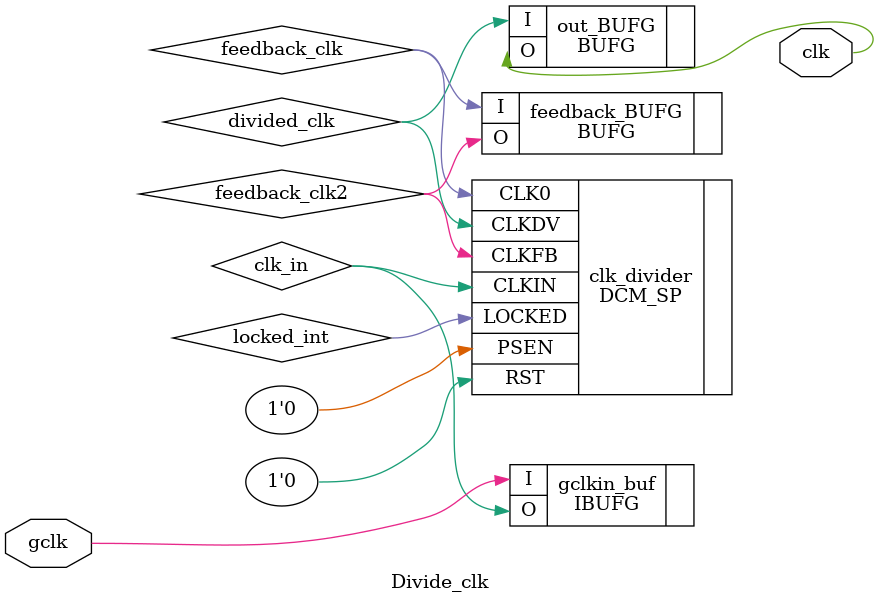
<source format=v>
`timescale 1ns / 1ps
module Divide_clk(
	input gclk,
	output clk
    );

	IBUFG gclkin_buf (.O(clk_in), .I(gclk));
	DCM_SP clk_divider (.CLKFB(feedback_clk2),
							  .CLKIN(clk_in),
							  .CLKDV(divided_clk),
							  .CLK0(feedback_clk),
							  .PSEN(1'b0),
							  .LOCKED(locked_int),
							  .RST(1'b0));
								
	defparam clk_divider.CLKDV_DIVIDE = 4.0;
	defparam clk_divider.CLKIN_PERIOD = 10.0;
	defparam clk_divider.CLK_FEEDBACK = "1X";
	defparam clk_divider.CLKIN_DIVIDE_BY_2 = "FALSE";
	defparam clk_divider.CLKOUT_PHASE_SHIFT = "NONE";
	defparam clk_divider.DESKEW_ADJUST = "SYSTEM_SYNCHRONOUS";
	defparam clk_divider.DFS_FREQUENCY_MODE = "LOW";
	defparam clk_divider.DLL_FREQUENCY_MODE = "LOW";
	defparam clk_divider.DSS_MODE = "NONE";
	defparam clk_divider.DUTY_CYCLE_CORRECTION = "TRUE";
	defparam clk_divider.PHASE_SHIFT = 0;
	defparam clk_divider.STARTUP_WAIT = "FALSE";
	defparam clk_divider.FACTORY_JF = 16'hC080;
	
	BUFG feedback_BUFG (.I(feedback_clk), .O(feedback_clk2));
	// we will use clk for all flip-flops
	BUFG out_BUFG (.I(divided_clk), .O(clk));

endmodule

</source>
